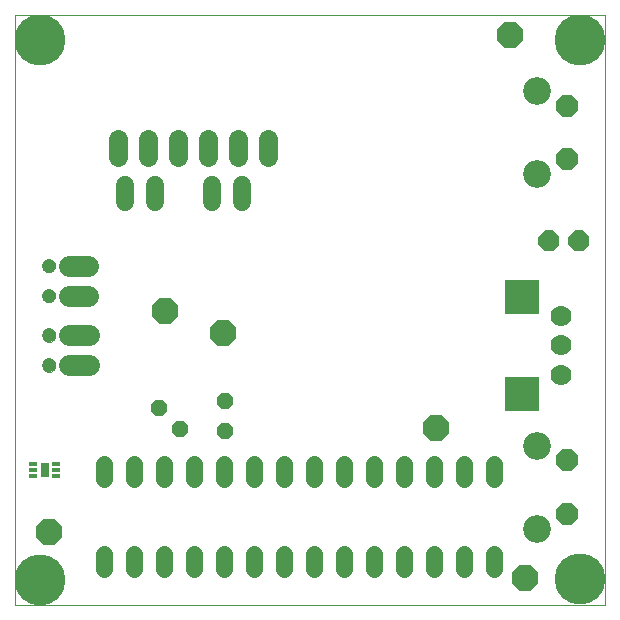
<source format=gts>
G75*
%MOIN*%
%OFA0B0*%
%FSLAX24Y24*%
%IPPOS*%
%LPD*%
%AMOC8*
5,1,8,0,0,1.08239X$1,22.5*
%
%ADD10C,0.0000*%
%ADD11C,0.0560*%
%ADD12C,0.0600*%
%ADD13OC8,0.0700*%
%ADD14OC8,0.0890*%
%ADD15OC8,0.0740*%
%ADD16C,0.0925*%
%ADD17C,0.0700*%
%ADD18R,0.1142X0.1142*%
%ADD19C,0.0640*%
%ADD20C,0.0690*%
%ADD21C,0.0473*%
%ADD22OC8,0.0560*%
%ADD23R,0.0316X0.0150*%
%ADD24R,0.0316X0.0473*%
%ADD25C,0.1700*%
D10*
X000350Y000350D02*
X000350Y020035D01*
X020035Y020035D01*
X020035Y000350D01*
X000350Y000350D01*
X001267Y008344D02*
X001269Y008373D01*
X001275Y008401D01*
X001284Y008429D01*
X001297Y008455D01*
X001314Y008478D01*
X001333Y008500D01*
X001355Y008519D01*
X001380Y008534D01*
X001406Y008547D01*
X001434Y008555D01*
X001462Y008560D01*
X001491Y008561D01*
X001520Y008558D01*
X001548Y008551D01*
X001575Y008541D01*
X001601Y008527D01*
X001624Y008510D01*
X001645Y008490D01*
X001663Y008467D01*
X001678Y008442D01*
X001689Y008415D01*
X001697Y008387D01*
X001701Y008358D01*
X001701Y008330D01*
X001697Y008301D01*
X001689Y008273D01*
X001678Y008246D01*
X001663Y008221D01*
X001645Y008198D01*
X001624Y008178D01*
X001601Y008161D01*
X001575Y008147D01*
X001548Y008137D01*
X001520Y008130D01*
X001491Y008127D01*
X001462Y008128D01*
X001434Y008133D01*
X001406Y008141D01*
X001380Y008154D01*
X001355Y008169D01*
X001333Y008188D01*
X001314Y008210D01*
X001297Y008233D01*
X001284Y008259D01*
X001275Y008287D01*
X001269Y008315D01*
X001267Y008344D01*
X001267Y009344D02*
X001269Y009373D01*
X001275Y009401D01*
X001284Y009429D01*
X001297Y009455D01*
X001314Y009478D01*
X001333Y009500D01*
X001355Y009519D01*
X001380Y009534D01*
X001406Y009547D01*
X001434Y009555D01*
X001462Y009560D01*
X001491Y009561D01*
X001520Y009558D01*
X001548Y009551D01*
X001575Y009541D01*
X001601Y009527D01*
X001624Y009510D01*
X001645Y009490D01*
X001663Y009467D01*
X001678Y009442D01*
X001689Y009415D01*
X001697Y009387D01*
X001701Y009358D01*
X001701Y009330D01*
X001697Y009301D01*
X001689Y009273D01*
X001678Y009246D01*
X001663Y009221D01*
X001645Y009198D01*
X001624Y009178D01*
X001601Y009161D01*
X001575Y009147D01*
X001548Y009137D01*
X001520Y009130D01*
X001491Y009127D01*
X001462Y009128D01*
X001434Y009133D01*
X001406Y009141D01*
X001380Y009154D01*
X001355Y009169D01*
X001333Y009188D01*
X001314Y009210D01*
X001297Y009233D01*
X001284Y009259D01*
X001275Y009287D01*
X001269Y009315D01*
X001267Y009344D01*
X001259Y010670D02*
X001261Y010699D01*
X001267Y010727D01*
X001276Y010755D01*
X001289Y010781D01*
X001306Y010804D01*
X001325Y010826D01*
X001347Y010845D01*
X001372Y010860D01*
X001398Y010873D01*
X001426Y010881D01*
X001454Y010886D01*
X001483Y010887D01*
X001512Y010884D01*
X001540Y010877D01*
X001567Y010867D01*
X001593Y010853D01*
X001616Y010836D01*
X001637Y010816D01*
X001655Y010793D01*
X001670Y010768D01*
X001681Y010741D01*
X001689Y010713D01*
X001693Y010684D01*
X001693Y010656D01*
X001689Y010627D01*
X001681Y010599D01*
X001670Y010572D01*
X001655Y010547D01*
X001637Y010524D01*
X001616Y010504D01*
X001593Y010487D01*
X001567Y010473D01*
X001540Y010463D01*
X001512Y010456D01*
X001483Y010453D01*
X001454Y010454D01*
X001426Y010459D01*
X001398Y010467D01*
X001372Y010480D01*
X001347Y010495D01*
X001325Y010514D01*
X001306Y010536D01*
X001289Y010559D01*
X001276Y010585D01*
X001267Y010613D01*
X001261Y010641D01*
X001259Y010670D01*
X001259Y011670D02*
X001261Y011699D01*
X001267Y011727D01*
X001276Y011755D01*
X001289Y011781D01*
X001306Y011804D01*
X001325Y011826D01*
X001347Y011845D01*
X001372Y011860D01*
X001398Y011873D01*
X001426Y011881D01*
X001454Y011886D01*
X001483Y011887D01*
X001512Y011884D01*
X001540Y011877D01*
X001567Y011867D01*
X001593Y011853D01*
X001616Y011836D01*
X001637Y011816D01*
X001655Y011793D01*
X001670Y011768D01*
X001681Y011741D01*
X001689Y011713D01*
X001693Y011684D01*
X001693Y011656D01*
X001689Y011627D01*
X001681Y011599D01*
X001670Y011572D01*
X001655Y011547D01*
X001637Y011524D01*
X001616Y011504D01*
X001593Y011487D01*
X001567Y011473D01*
X001540Y011463D01*
X001512Y011456D01*
X001483Y011453D01*
X001454Y011454D01*
X001426Y011459D01*
X001398Y011467D01*
X001372Y011480D01*
X001347Y011495D01*
X001325Y011514D01*
X001306Y011536D01*
X001289Y011559D01*
X001276Y011585D01*
X001267Y011613D01*
X001261Y011641D01*
X001259Y011670D01*
D11*
X003317Y005065D02*
X003317Y004545D01*
X004317Y004545D02*
X004317Y005065D01*
X005317Y005065D02*
X005317Y004545D01*
X006317Y004545D02*
X006317Y005065D01*
X007317Y005065D02*
X007317Y004545D01*
X008317Y004545D02*
X008317Y005065D01*
X009317Y005065D02*
X009317Y004545D01*
X010317Y004545D02*
X010317Y005065D01*
X011317Y005065D02*
X011317Y004545D01*
X012317Y004545D02*
X012317Y005065D01*
X013317Y005065D02*
X013317Y004545D01*
X014317Y004545D02*
X014317Y005065D01*
X015317Y005065D02*
X015317Y004545D01*
X016317Y004545D02*
X016317Y005065D01*
X016317Y002065D02*
X016317Y001545D01*
X015317Y001545D02*
X015317Y002065D01*
X014317Y002065D02*
X014317Y001545D01*
X013317Y001545D02*
X013317Y002065D01*
X012317Y002065D02*
X012317Y001545D01*
X011317Y001545D02*
X011317Y002065D01*
X010317Y002065D02*
X010317Y001545D01*
X009317Y001545D02*
X009317Y002065D01*
X008317Y002065D02*
X008317Y001545D01*
X007317Y001545D02*
X007317Y002065D01*
X006317Y002065D02*
X006317Y001545D01*
X005317Y001545D02*
X005317Y002065D01*
X004317Y002065D02*
X004317Y001545D01*
X003317Y001545D02*
X003317Y002065D01*
D12*
X004021Y013790D02*
X004021Y014350D01*
X005021Y014350D02*
X005021Y013790D01*
X006916Y013783D02*
X006916Y014343D01*
X007916Y014343D02*
X007916Y013783D01*
D13*
X018157Y012502D03*
X019157Y012502D03*
D14*
X014380Y006269D03*
X007280Y009422D03*
X005350Y010143D03*
X001486Y002777D03*
X017371Y001258D03*
X016850Y019350D03*
D15*
X018753Y016988D03*
X018753Y015208D03*
X018753Y005177D03*
X018753Y003397D03*
D16*
X017773Y002907D03*
X017773Y005667D03*
X017773Y014718D03*
X017773Y017478D03*
D17*
X018568Y009996D03*
X018568Y009011D03*
X018568Y008027D03*
D18*
X017268Y007397D03*
X017268Y010626D03*
D19*
X008804Y015289D02*
X008804Y015889D01*
X007804Y015889D02*
X007804Y015289D01*
X006804Y015289D02*
X006804Y015889D01*
X005804Y015889D02*
X005804Y015289D01*
X004804Y015289D02*
X004804Y015889D01*
X003804Y015889D02*
X003804Y015289D01*
D20*
X002801Y011670D02*
X002151Y011670D01*
X002151Y010670D02*
X002801Y010670D01*
X002809Y009344D02*
X002160Y009344D01*
X002160Y008344D02*
X002809Y008344D01*
D21*
X001484Y008344D03*
X001484Y009344D03*
X001476Y010670D03*
X001476Y011670D03*
D22*
X007351Y007170D03*
X007351Y006170D03*
X005853Y006230D03*
X005153Y006930D03*
D23*
X001739Y005047D03*
X001739Y004850D03*
X001739Y004653D03*
X000961Y004653D03*
X000961Y004850D03*
X000961Y005047D03*
D24*
X001350Y004850D03*
D25*
X001200Y001200D03*
X019179Y001212D03*
X019182Y019177D03*
X001201Y019175D03*
M02*

</source>
